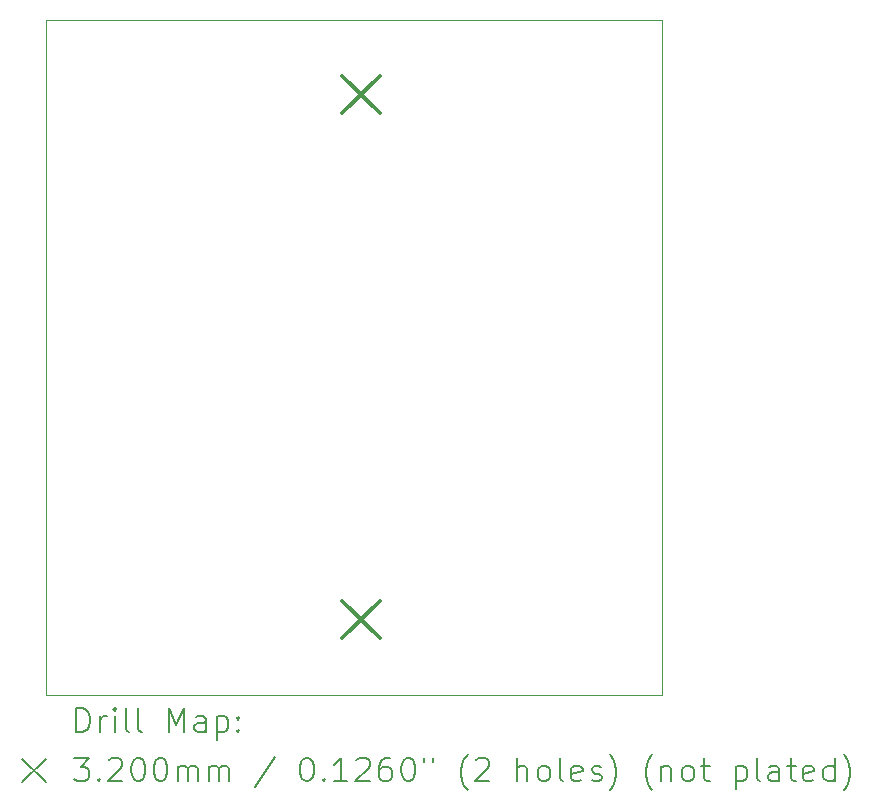
<source format=gbr>
%TF.GenerationSoftware,KiCad,Pcbnew,7.0.7*%
%TF.CreationDate,2023-09-12T10:00:45-04:00*%
%TF.ProjectId,Heater_South,48656174-6572-45f5-936f-7574682e6b69,rev?*%
%TF.SameCoordinates,Original*%
%TF.FileFunction,Drillmap*%
%TF.FilePolarity,Positive*%
%FSLAX45Y45*%
G04 Gerber Fmt 4.5, Leading zero omitted, Abs format (unit mm)*
G04 Created by KiCad (PCBNEW 7.0.7) date 2023-09-12 10:00:45*
%MOMM*%
%LPD*%
G01*
G04 APERTURE LIST*
%ADD10C,0.100000*%
%ADD11C,0.200000*%
%ADD12C,0.320000*%
G04 APERTURE END LIST*
D10*
X9144000Y-4699000D02*
X14358000Y-4699000D01*
X14358000Y-10414000D01*
X9144000Y-10414000D01*
X9144000Y-4699000D01*
D11*
D12*
X11651000Y-5174000D02*
X11971000Y-5494000D01*
X11971000Y-5174000D02*
X11651000Y-5494000D01*
X11651000Y-9619000D02*
X11971000Y-9939000D01*
X11971000Y-9619000D02*
X11651000Y-9939000D01*
D11*
X9399777Y-10730484D02*
X9399777Y-10530484D01*
X9399777Y-10530484D02*
X9447396Y-10530484D01*
X9447396Y-10530484D02*
X9475967Y-10540008D01*
X9475967Y-10540008D02*
X9495015Y-10559055D01*
X9495015Y-10559055D02*
X9504539Y-10578103D01*
X9504539Y-10578103D02*
X9514063Y-10616198D01*
X9514063Y-10616198D02*
X9514063Y-10644770D01*
X9514063Y-10644770D02*
X9504539Y-10682865D01*
X9504539Y-10682865D02*
X9495015Y-10701912D01*
X9495015Y-10701912D02*
X9475967Y-10720960D01*
X9475967Y-10720960D02*
X9447396Y-10730484D01*
X9447396Y-10730484D02*
X9399777Y-10730484D01*
X9599777Y-10730484D02*
X9599777Y-10597150D01*
X9599777Y-10635246D02*
X9609301Y-10616198D01*
X9609301Y-10616198D02*
X9618824Y-10606674D01*
X9618824Y-10606674D02*
X9637872Y-10597150D01*
X9637872Y-10597150D02*
X9656920Y-10597150D01*
X9723586Y-10730484D02*
X9723586Y-10597150D01*
X9723586Y-10530484D02*
X9714063Y-10540008D01*
X9714063Y-10540008D02*
X9723586Y-10549531D01*
X9723586Y-10549531D02*
X9733110Y-10540008D01*
X9733110Y-10540008D02*
X9723586Y-10530484D01*
X9723586Y-10530484D02*
X9723586Y-10549531D01*
X9847396Y-10730484D02*
X9828348Y-10720960D01*
X9828348Y-10720960D02*
X9818824Y-10701912D01*
X9818824Y-10701912D02*
X9818824Y-10530484D01*
X9952158Y-10730484D02*
X9933110Y-10720960D01*
X9933110Y-10720960D02*
X9923586Y-10701912D01*
X9923586Y-10701912D02*
X9923586Y-10530484D01*
X10180729Y-10730484D02*
X10180729Y-10530484D01*
X10180729Y-10530484D02*
X10247396Y-10673341D01*
X10247396Y-10673341D02*
X10314063Y-10530484D01*
X10314063Y-10530484D02*
X10314063Y-10730484D01*
X10495015Y-10730484D02*
X10495015Y-10625722D01*
X10495015Y-10625722D02*
X10485491Y-10606674D01*
X10485491Y-10606674D02*
X10466444Y-10597150D01*
X10466444Y-10597150D02*
X10428348Y-10597150D01*
X10428348Y-10597150D02*
X10409301Y-10606674D01*
X10495015Y-10720960D02*
X10475967Y-10730484D01*
X10475967Y-10730484D02*
X10428348Y-10730484D01*
X10428348Y-10730484D02*
X10409301Y-10720960D01*
X10409301Y-10720960D02*
X10399777Y-10701912D01*
X10399777Y-10701912D02*
X10399777Y-10682865D01*
X10399777Y-10682865D02*
X10409301Y-10663817D01*
X10409301Y-10663817D02*
X10428348Y-10654293D01*
X10428348Y-10654293D02*
X10475967Y-10654293D01*
X10475967Y-10654293D02*
X10495015Y-10644770D01*
X10590253Y-10597150D02*
X10590253Y-10797150D01*
X10590253Y-10606674D02*
X10609301Y-10597150D01*
X10609301Y-10597150D02*
X10647396Y-10597150D01*
X10647396Y-10597150D02*
X10666444Y-10606674D01*
X10666444Y-10606674D02*
X10675967Y-10616198D01*
X10675967Y-10616198D02*
X10685491Y-10635246D01*
X10685491Y-10635246D02*
X10685491Y-10692389D01*
X10685491Y-10692389D02*
X10675967Y-10711436D01*
X10675967Y-10711436D02*
X10666444Y-10720960D01*
X10666444Y-10720960D02*
X10647396Y-10730484D01*
X10647396Y-10730484D02*
X10609301Y-10730484D01*
X10609301Y-10730484D02*
X10590253Y-10720960D01*
X10771205Y-10711436D02*
X10780729Y-10720960D01*
X10780729Y-10720960D02*
X10771205Y-10730484D01*
X10771205Y-10730484D02*
X10761682Y-10720960D01*
X10761682Y-10720960D02*
X10771205Y-10711436D01*
X10771205Y-10711436D02*
X10771205Y-10730484D01*
X10771205Y-10606674D02*
X10780729Y-10616198D01*
X10780729Y-10616198D02*
X10771205Y-10625722D01*
X10771205Y-10625722D02*
X10761682Y-10616198D01*
X10761682Y-10616198D02*
X10771205Y-10606674D01*
X10771205Y-10606674D02*
X10771205Y-10625722D01*
X8939000Y-10959000D02*
X9139000Y-11159000D01*
X9139000Y-10959000D02*
X8939000Y-11159000D01*
X9380729Y-10950484D02*
X9504539Y-10950484D01*
X9504539Y-10950484D02*
X9437872Y-11026674D01*
X9437872Y-11026674D02*
X9466444Y-11026674D01*
X9466444Y-11026674D02*
X9485491Y-11036198D01*
X9485491Y-11036198D02*
X9495015Y-11045722D01*
X9495015Y-11045722D02*
X9504539Y-11064770D01*
X9504539Y-11064770D02*
X9504539Y-11112389D01*
X9504539Y-11112389D02*
X9495015Y-11131436D01*
X9495015Y-11131436D02*
X9485491Y-11140960D01*
X9485491Y-11140960D02*
X9466444Y-11150484D01*
X9466444Y-11150484D02*
X9409301Y-11150484D01*
X9409301Y-11150484D02*
X9390253Y-11140960D01*
X9390253Y-11140960D02*
X9380729Y-11131436D01*
X9590253Y-11131436D02*
X9599777Y-11140960D01*
X9599777Y-11140960D02*
X9590253Y-11150484D01*
X9590253Y-11150484D02*
X9580729Y-11140960D01*
X9580729Y-11140960D02*
X9590253Y-11131436D01*
X9590253Y-11131436D02*
X9590253Y-11150484D01*
X9675967Y-10969531D02*
X9685491Y-10960008D01*
X9685491Y-10960008D02*
X9704539Y-10950484D01*
X9704539Y-10950484D02*
X9752158Y-10950484D01*
X9752158Y-10950484D02*
X9771205Y-10960008D01*
X9771205Y-10960008D02*
X9780729Y-10969531D01*
X9780729Y-10969531D02*
X9790253Y-10988579D01*
X9790253Y-10988579D02*
X9790253Y-11007627D01*
X9790253Y-11007627D02*
X9780729Y-11036198D01*
X9780729Y-11036198D02*
X9666444Y-11150484D01*
X9666444Y-11150484D02*
X9790253Y-11150484D01*
X9914063Y-10950484D02*
X9933110Y-10950484D01*
X9933110Y-10950484D02*
X9952158Y-10960008D01*
X9952158Y-10960008D02*
X9961682Y-10969531D01*
X9961682Y-10969531D02*
X9971205Y-10988579D01*
X9971205Y-10988579D02*
X9980729Y-11026674D01*
X9980729Y-11026674D02*
X9980729Y-11074293D01*
X9980729Y-11074293D02*
X9971205Y-11112389D01*
X9971205Y-11112389D02*
X9961682Y-11131436D01*
X9961682Y-11131436D02*
X9952158Y-11140960D01*
X9952158Y-11140960D02*
X9933110Y-11150484D01*
X9933110Y-11150484D02*
X9914063Y-11150484D01*
X9914063Y-11150484D02*
X9895015Y-11140960D01*
X9895015Y-11140960D02*
X9885491Y-11131436D01*
X9885491Y-11131436D02*
X9875967Y-11112389D01*
X9875967Y-11112389D02*
X9866444Y-11074293D01*
X9866444Y-11074293D02*
X9866444Y-11026674D01*
X9866444Y-11026674D02*
X9875967Y-10988579D01*
X9875967Y-10988579D02*
X9885491Y-10969531D01*
X9885491Y-10969531D02*
X9895015Y-10960008D01*
X9895015Y-10960008D02*
X9914063Y-10950484D01*
X10104539Y-10950484D02*
X10123586Y-10950484D01*
X10123586Y-10950484D02*
X10142634Y-10960008D01*
X10142634Y-10960008D02*
X10152158Y-10969531D01*
X10152158Y-10969531D02*
X10161682Y-10988579D01*
X10161682Y-10988579D02*
X10171205Y-11026674D01*
X10171205Y-11026674D02*
X10171205Y-11074293D01*
X10171205Y-11074293D02*
X10161682Y-11112389D01*
X10161682Y-11112389D02*
X10152158Y-11131436D01*
X10152158Y-11131436D02*
X10142634Y-11140960D01*
X10142634Y-11140960D02*
X10123586Y-11150484D01*
X10123586Y-11150484D02*
X10104539Y-11150484D01*
X10104539Y-11150484D02*
X10085491Y-11140960D01*
X10085491Y-11140960D02*
X10075967Y-11131436D01*
X10075967Y-11131436D02*
X10066444Y-11112389D01*
X10066444Y-11112389D02*
X10056920Y-11074293D01*
X10056920Y-11074293D02*
X10056920Y-11026674D01*
X10056920Y-11026674D02*
X10066444Y-10988579D01*
X10066444Y-10988579D02*
X10075967Y-10969531D01*
X10075967Y-10969531D02*
X10085491Y-10960008D01*
X10085491Y-10960008D02*
X10104539Y-10950484D01*
X10256920Y-11150484D02*
X10256920Y-11017150D01*
X10256920Y-11036198D02*
X10266444Y-11026674D01*
X10266444Y-11026674D02*
X10285491Y-11017150D01*
X10285491Y-11017150D02*
X10314063Y-11017150D01*
X10314063Y-11017150D02*
X10333110Y-11026674D01*
X10333110Y-11026674D02*
X10342634Y-11045722D01*
X10342634Y-11045722D02*
X10342634Y-11150484D01*
X10342634Y-11045722D02*
X10352158Y-11026674D01*
X10352158Y-11026674D02*
X10371205Y-11017150D01*
X10371205Y-11017150D02*
X10399777Y-11017150D01*
X10399777Y-11017150D02*
X10418825Y-11026674D01*
X10418825Y-11026674D02*
X10428348Y-11045722D01*
X10428348Y-11045722D02*
X10428348Y-11150484D01*
X10523586Y-11150484D02*
X10523586Y-11017150D01*
X10523586Y-11036198D02*
X10533110Y-11026674D01*
X10533110Y-11026674D02*
X10552158Y-11017150D01*
X10552158Y-11017150D02*
X10580729Y-11017150D01*
X10580729Y-11017150D02*
X10599777Y-11026674D01*
X10599777Y-11026674D02*
X10609301Y-11045722D01*
X10609301Y-11045722D02*
X10609301Y-11150484D01*
X10609301Y-11045722D02*
X10618825Y-11026674D01*
X10618825Y-11026674D02*
X10637872Y-11017150D01*
X10637872Y-11017150D02*
X10666444Y-11017150D01*
X10666444Y-11017150D02*
X10685491Y-11026674D01*
X10685491Y-11026674D02*
X10695015Y-11045722D01*
X10695015Y-11045722D02*
X10695015Y-11150484D01*
X11085491Y-10940960D02*
X10914063Y-11198103D01*
X11342634Y-10950484D02*
X11361682Y-10950484D01*
X11361682Y-10950484D02*
X11380729Y-10960008D01*
X11380729Y-10960008D02*
X11390253Y-10969531D01*
X11390253Y-10969531D02*
X11399777Y-10988579D01*
X11399777Y-10988579D02*
X11409301Y-11026674D01*
X11409301Y-11026674D02*
X11409301Y-11074293D01*
X11409301Y-11074293D02*
X11399777Y-11112389D01*
X11399777Y-11112389D02*
X11390253Y-11131436D01*
X11390253Y-11131436D02*
X11380729Y-11140960D01*
X11380729Y-11140960D02*
X11361682Y-11150484D01*
X11361682Y-11150484D02*
X11342634Y-11150484D01*
X11342634Y-11150484D02*
X11323586Y-11140960D01*
X11323586Y-11140960D02*
X11314063Y-11131436D01*
X11314063Y-11131436D02*
X11304539Y-11112389D01*
X11304539Y-11112389D02*
X11295015Y-11074293D01*
X11295015Y-11074293D02*
X11295015Y-11026674D01*
X11295015Y-11026674D02*
X11304539Y-10988579D01*
X11304539Y-10988579D02*
X11314063Y-10969531D01*
X11314063Y-10969531D02*
X11323586Y-10960008D01*
X11323586Y-10960008D02*
X11342634Y-10950484D01*
X11495015Y-11131436D02*
X11504539Y-11140960D01*
X11504539Y-11140960D02*
X11495015Y-11150484D01*
X11495015Y-11150484D02*
X11485491Y-11140960D01*
X11485491Y-11140960D02*
X11495015Y-11131436D01*
X11495015Y-11131436D02*
X11495015Y-11150484D01*
X11695015Y-11150484D02*
X11580729Y-11150484D01*
X11637872Y-11150484D02*
X11637872Y-10950484D01*
X11637872Y-10950484D02*
X11618825Y-10979055D01*
X11618825Y-10979055D02*
X11599777Y-10998103D01*
X11599777Y-10998103D02*
X11580729Y-11007627D01*
X11771206Y-10969531D02*
X11780729Y-10960008D01*
X11780729Y-10960008D02*
X11799777Y-10950484D01*
X11799777Y-10950484D02*
X11847396Y-10950484D01*
X11847396Y-10950484D02*
X11866444Y-10960008D01*
X11866444Y-10960008D02*
X11875967Y-10969531D01*
X11875967Y-10969531D02*
X11885491Y-10988579D01*
X11885491Y-10988579D02*
X11885491Y-11007627D01*
X11885491Y-11007627D02*
X11875967Y-11036198D01*
X11875967Y-11036198D02*
X11761682Y-11150484D01*
X11761682Y-11150484D02*
X11885491Y-11150484D01*
X12056920Y-10950484D02*
X12018825Y-10950484D01*
X12018825Y-10950484D02*
X11999777Y-10960008D01*
X11999777Y-10960008D02*
X11990253Y-10969531D01*
X11990253Y-10969531D02*
X11971206Y-10998103D01*
X11971206Y-10998103D02*
X11961682Y-11036198D01*
X11961682Y-11036198D02*
X11961682Y-11112389D01*
X11961682Y-11112389D02*
X11971206Y-11131436D01*
X11971206Y-11131436D02*
X11980729Y-11140960D01*
X11980729Y-11140960D02*
X11999777Y-11150484D01*
X11999777Y-11150484D02*
X12037872Y-11150484D01*
X12037872Y-11150484D02*
X12056920Y-11140960D01*
X12056920Y-11140960D02*
X12066444Y-11131436D01*
X12066444Y-11131436D02*
X12075967Y-11112389D01*
X12075967Y-11112389D02*
X12075967Y-11064770D01*
X12075967Y-11064770D02*
X12066444Y-11045722D01*
X12066444Y-11045722D02*
X12056920Y-11036198D01*
X12056920Y-11036198D02*
X12037872Y-11026674D01*
X12037872Y-11026674D02*
X11999777Y-11026674D01*
X11999777Y-11026674D02*
X11980729Y-11036198D01*
X11980729Y-11036198D02*
X11971206Y-11045722D01*
X11971206Y-11045722D02*
X11961682Y-11064770D01*
X12199777Y-10950484D02*
X12218825Y-10950484D01*
X12218825Y-10950484D02*
X12237872Y-10960008D01*
X12237872Y-10960008D02*
X12247396Y-10969531D01*
X12247396Y-10969531D02*
X12256920Y-10988579D01*
X12256920Y-10988579D02*
X12266444Y-11026674D01*
X12266444Y-11026674D02*
X12266444Y-11074293D01*
X12266444Y-11074293D02*
X12256920Y-11112389D01*
X12256920Y-11112389D02*
X12247396Y-11131436D01*
X12247396Y-11131436D02*
X12237872Y-11140960D01*
X12237872Y-11140960D02*
X12218825Y-11150484D01*
X12218825Y-11150484D02*
X12199777Y-11150484D01*
X12199777Y-11150484D02*
X12180729Y-11140960D01*
X12180729Y-11140960D02*
X12171206Y-11131436D01*
X12171206Y-11131436D02*
X12161682Y-11112389D01*
X12161682Y-11112389D02*
X12152158Y-11074293D01*
X12152158Y-11074293D02*
X12152158Y-11026674D01*
X12152158Y-11026674D02*
X12161682Y-10988579D01*
X12161682Y-10988579D02*
X12171206Y-10969531D01*
X12171206Y-10969531D02*
X12180729Y-10960008D01*
X12180729Y-10960008D02*
X12199777Y-10950484D01*
X12342634Y-10950484D02*
X12342634Y-10988579D01*
X12418825Y-10950484D02*
X12418825Y-10988579D01*
X12714063Y-11226674D02*
X12704539Y-11217150D01*
X12704539Y-11217150D02*
X12685491Y-11188579D01*
X12685491Y-11188579D02*
X12675968Y-11169531D01*
X12675968Y-11169531D02*
X12666444Y-11140960D01*
X12666444Y-11140960D02*
X12656920Y-11093341D01*
X12656920Y-11093341D02*
X12656920Y-11055246D01*
X12656920Y-11055246D02*
X12666444Y-11007627D01*
X12666444Y-11007627D02*
X12675968Y-10979055D01*
X12675968Y-10979055D02*
X12685491Y-10960008D01*
X12685491Y-10960008D02*
X12704539Y-10931436D01*
X12704539Y-10931436D02*
X12714063Y-10921912D01*
X12780729Y-10969531D02*
X12790253Y-10960008D01*
X12790253Y-10960008D02*
X12809301Y-10950484D01*
X12809301Y-10950484D02*
X12856920Y-10950484D01*
X12856920Y-10950484D02*
X12875968Y-10960008D01*
X12875968Y-10960008D02*
X12885491Y-10969531D01*
X12885491Y-10969531D02*
X12895015Y-10988579D01*
X12895015Y-10988579D02*
X12895015Y-11007627D01*
X12895015Y-11007627D02*
X12885491Y-11036198D01*
X12885491Y-11036198D02*
X12771206Y-11150484D01*
X12771206Y-11150484D02*
X12895015Y-11150484D01*
X13133110Y-11150484D02*
X13133110Y-10950484D01*
X13218825Y-11150484D02*
X13218825Y-11045722D01*
X13218825Y-11045722D02*
X13209301Y-11026674D01*
X13209301Y-11026674D02*
X13190253Y-11017150D01*
X13190253Y-11017150D02*
X13161682Y-11017150D01*
X13161682Y-11017150D02*
X13142634Y-11026674D01*
X13142634Y-11026674D02*
X13133110Y-11036198D01*
X13342634Y-11150484D02*
X13323587Y-11140960D01*
X13323587Y-11140960D02*
X13314063Y-11131436D01*
X13314063Y-11131436D02*
X13304539Y-11112389D01*
X13304539Y-11112389D02*
X13304539Y-11055246D01*
X13304539Y-11055246D02*
X13314063Y-11036198D01*
X13314063Y-11036198D02*
X13323587Y-11026674D01*
X13323587Y-11026674D02*
X13342634Y-11017150D01*
X13342634Y-11017150D02*
X13371206Y-11017150D01*
X13371206Y-11017150D02*
X13390253Y-11026674D01*
X13390253Y-11026674D02*
X13399777Y-11036198D01*
X13399777Y-11036198D02*
X13409301Y-11055246D01*
X13409301Y-11055246D02*
X13409301Y-11112389D01*
X13409301Y-11112389D02*
X13399777Y-11131436D01*
X13399777Y-11131436D02*
X13390253Y-11140960D01*
X13390253Y-11140960D02*
X13371206Y-11150484D01*
X13371206Y-11150484D02*
X13342634Y-11150484D01*
X13523587Y-11150484D02*
X13504539Y-11140960D01*
X13504539Y-11140960D02*
X13495015Y-11121912D01*
X13495015Y-11121912D02*
X13495015Y-10950484D01*
X13675968Y-11140960D02*
X13656920Y-11150484D01*
X13656920Y-11150484D02*
X13618825Y-11150484D01*
X13618825Y-11150484D02*
X13599777Y-11140960D01*
X13599777Y-11140960D02*
X13590253Y-11121912D01*
X13590253Y-11121912D02*
X13590253Y-11045722D01*
X13590253Y-11045722D02*
X13599777Y-11026674D01*
X13599777Y-11026674D02*
X13618825Y-11017150D01*
X13618825Y-11017150D02*
X13656920Y-11017150D01*
X13656920Y-11017150D02*
X13675968Y-11026674D01*
X13675968Y-11026674D02*
X13685491Y-11045722D01*
X13685491Y-11045722D02*
X13685491Y-11064770D01*
X13685491Y-11064770D02*
X13590253Y-11083817D01*
X13761682Y-11140960D02*
X13780730Y-11150484D01*
X13780730Y-11150484D02*
X13818825Y-11150484D01*
X13818825Y-11150484D02*
X13837872Y-11140960D01*
X13837872Y-11140960D02*
X13847396Y-11121912D01*
X13847396Y-11121912D02*
X13847396Y-11112389D01*
X13847396Y-11112389D02*
X13837872Y-11093341D01*
X13837872Y-11093341D02*
X13818825Y-11083817D01*
X13818825Y-11083817D02*
X13790253Y-11083817D01*
X13790253Y-11083817D02*
X13771206Y-11074293D01*
X13771206Y-11074293D02*
X13761682Y-11055246D01*
X13761682Y-11055246D02*
X13761682Y-11045722D01*
X13761682Y-11045722D02*
X13771206Y-11026674D01*
X13771206Y-11026674D02*
X13790253Y-11017150D01*
X13790253Y-11017150D02*
X13818825Y-11017150D01*
X13818825Y-11017150D02*
X13837872Y-11026674D01*
X13914063Y-11226674D02*
X13923587Y-11217150D01*
X13923587Y-11217150D02*
X13942634Y-11188579D01*
X13942634Y-11188579D02*
X13952158Y-11169531D01*
X13952158Y-11169531D02*
X13961682Y-11140960D01*
X13961682Y-11140960D02*
X13971206Y-11093341D01*
X13971206Y-11093341D02*
X13971206Y-11055246D01*
X13971206Y-11055246D02*
X13961682Y-11007627D01*
X13961682Y-11007627D02*
X13952158Y-10979055D01*
X13952158Y-10979055D02*
X13942634Y-10960008D01*
X13942634Y-10960008D02*
X13923587Y-10931436D01*
X13923587Y-10931436D02*
X13914063Y-10921912D01*
X14275968Y-11226674D02*
X14266444Y-11217150D01*
X14266444Y-11217150D02*
X14247396Y-11188579D01*
X14247396Y-11188579D02*
X14237872Y-11169531D01*
X14237872Y-11169531D02*
X14228349Y-11140960D01*
X14228349Y-11140960D02*
X14218825Y-11093341D01*
X14218825Y-11093341D02*
X14218825Y-11055246D01*
X14218825Y-11055246D02*
X14228349Y-11007627D01*
X14228349Y-11007627D02*
X14237872Y-10979055D01*
X14237872Y-10979055D02*
X14247396Y-10960008D01*
X14247396Y-10960008D02*
X14266444Y-10931436D01*
X14266444Y-10931436D02*
X14275968Y-10921912D01*
X14352158Y-11017150D02*
X14352158Y-11150484D01*
X14352158Y-11036198D02*
X14361682Y-11026674D01*
X14361682Y-11026674D02*
X14380730Y-11017150D01*
X14380730Y-11017150D02*
X14409301Y-11017150D01*
X14409301Y-11017150D02*
X14428349Y-11026674D01*
X14428349Y-11026674D02*
X14437872Y-11045722D01*
X14437872Y-11045722D02*
X14437872Y-11150484D01*
X14561682Y-11150484D02*
X14542634Y-11140960D01*
X14542634Y-11140960D02*
X14533111Y-11131436D01*
X14533111Y-11131436D02*
X14523587Y-11112389D01*
X14523587Y-11112389D02*
X14523587Y-11055246D01*
X14523587Y-11055246D02*
X14533111Y-11036198D01*
X14533111Y-11036198D02*
X14542634Y-11026674D01*
X14542634Y-11026674D02*
X14561682Y-11017150D01*
X14561682Y-11017150D02*
X14590253Y-11017150D01*
X14590253Y-11017150D02*
X14609301Y-11026674D01*
X14609301Y-11026674D02*
X14618825Y-11036198D01*
X14618825Y-11036198D02*
X14628349Y-11055246D01*
X14628349Y-11055246D02*
X14628349Y-11112389D01*
X14628349Y-11112389D02*
X14618825Y-11131436D01*
X14618825Y-11131436D02*
X14609301Y-11140960D01*
X14609301Y-11140960D02*
X14590253Y-11150484D01*
X14590253Y-11150484D02*
X14561682Y-11150484D01*
X14685492Y-11017150D02*
X14761682Y-11017150D01*
X14714063Y-10950484D02*
X14714063Y-11121912D01*
X14714063Y-11121912D02*
X14723587Y-11140960D01*
X14723587Y-11140960D02*
X14742634Y-11150484D01*
X14742634Y-11150484D02*
X14761682Y-11150484D01*
X14980730Y-11017150D02*
X14980730Y-11217150D01*
X14980730Y-11026674D02*
X14999777Y-11017150D01*
X14999777Y-11017150D02*
X15037873Y-11017150D01*
X15037873Y-11017150D02*
X15056920Y-11026674D01*
X15056920Y-11026674D02*
X15066444Y-11036198D01*
X15066444Y-11036198D02*
X15075968Y-11055246D01*
X15075968Y-11055246D02*
X15075968Y-11112389D01*
X15075968Y-11112389D02*
X15066444Y-11131436D01*
X15066444Y-11131436D02*
X15056920Y-11140960D01*
X15056920Y-11140960D02*
X15037873Y-11150484D01*
X15037873Y-11150484D02*
X14999777Y-11150484D01*
X14999777Y-11150484D02*
X14980730Y-11140960D01*
X15190253Y-11150484D02*
X15171206Y-11140960D01*
X15171206Y-11140960D02*
X15161682Y-11121912D01*
X15161682Y-11121912D02*
X15161682Y-10950484D01*
X15352158Y-11150484D02*
X15352158Y-11045722D01*
X15352158Y-11045722D02*
X15342634Y-11026674D01*
X15342634Y-11026674D02*
X15323587Y-11017150D01*
X15323587Y-11017150D02*
X15285492Y-11017150D01*
X15285492Y-11017150D02*
X15266444Y-11026674D01*
X15352158Y-11140960D02*
X15333111Y-11150484D01*
X15333111Y-11150484D02*
X15285492Y-11150484D01*
X15285492Y-11150484D02*
X15266444Y-11140960D01*
X15266444Y-11140960D02*
X15256920Y-11121912D01*
X15256920Y-11121912D02*
X15256920Y-11102865D01*
X15256920Y-11102865D02*
X15266444Y-11083817D01*
X15266444Y-11083817D02*
X15285492Y-11074293D01*
X15285492Y-11074293D02*
X15333111Y-11074293D01*
X15333111Y-11074293D02*
X15352158Y-11064770D01*
X15418825Y-11017150D02*
X15495015Y-11017150D01*
X15447396Y-10950484D02*
X15447396Y-11121912D01*
X15447396Y-11121912D02*
X15456920Y-11140960D01*
X15456920Y-11140960D02*
X15475968Y-11150484D01*
X15475968Y-11150484D02*
X15495015Y-11150484D01*
X15637873Y-11140960D02*
X15618825Y-11150484D01*
X15618825Y-11150484D02*
X15580730Y-11150484D01*
X15580730Y-11150484D02*
X15561682Y-11140960D01*
X15561682Y-11140960D02*
X15552158Y-11121912D01*
X15552158Y-11121912D02*
X15552158Y-11045722D01*
X15552158Y-11045722D02*
X15561682Y-11026674D01*
X15561682Y-11026674D02*
X15580730Y-11017150D01*
X15580730Y-11017150D02*
X15618825Y-11017150D01*
X15618825Y-11017150D02*
X15637873Y-11026674D01*
X15637873Y-11026674D02*
X15647396Y-11045722D01*
X15647396Y-11045722D02*
X15647396Y-11064770D01*
X15647396Y-11064770D02*
X15552158Y-11083817D01*
X15818825Y-11150484D02*
X15818825Y-10950484D01*
X15818825Y-11140960D02*
X15799777Y-11150484D01*
X15799777Y-11150484D02*
X15761682Y-11150484D01*
X15761682Y-11150484D02*
X15742634Y-11140960D01*
X15742634Y-11140960D02*
X15733111Y-11131436D01*
X15733111Y-11131436D02*
X15723587Y-11112389D01*
X15723587Y-11112389D02*
X15723587Y-11055246D01*
X15723587Y-11055246D02*
X15733111Y-11036198D01*
X15733111Y-11036198D02*
X15742634Y-11026674D01*
X15742634Y-11026674D02*
X15761682Y-11017150D01*
X15761682Y-11017150D02*
X15799777Y-11017150D01*
X15799777Y-11017150D02*
X15818825Y-11026674D01*
X15895015Y-11226674D02*
X15904539Y-11217150D01*
X15904539Y-11217150D02*
X15923587Y-11188579D01*
X15923587Y-11188579D02*
X15933111Y-11169531D01*
X15933111Y-11169531D02*
X15942634Y-11140960D01*
X15942634Y-11140960D02*
X15952158Y-11093341D01*
X15952158Y-11093341D02*
X15952158Y-11055246D01*
X15952158Y-11055246D02*
X15942634Y-11007627D01*
X15942634Y-11007627D02*
X15933111Y-10979055D01*
X15933111Y-10979055D02*
X15923587Y-10960008D01*
X15923587Y-10960008D02*
X15904539Y-10931436D01*
X15904539Y-10931436D02*
X15895015Y-10921912D01*
M02*

</source>
